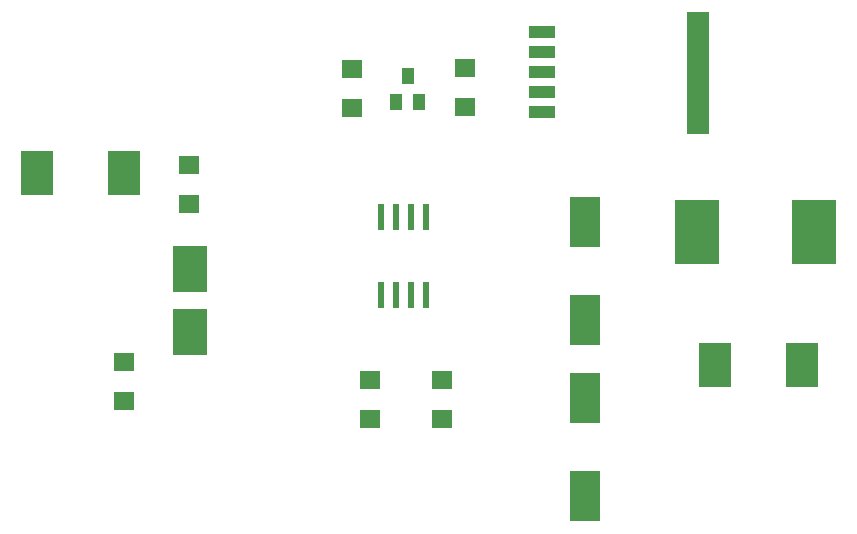
<source format=gtp>
G75*
G70*
%OFA0B0*%
%FSLAX24Y24*%
%IPPOS*%
%LPD*%
%AMOC8*
5,1,8,0,0,1.08239X$1,22.5*
%
%ADD10R,0.0236X0.0900*%
%ADD11R,0.0850X0.0420*%
%ADD12R,0.0750X0.4050*%
%ADD13R,0.1100X0.1500*%
%ADD14R,0.0709X0.0630*%
%ADD15R,0.0394X0.0551*%
%ADD16R,0.1516X0.2165*%
%ADD17R,0.0984X0.1693*%
%ADD18R,0.1181X0.1575*%
D10*
X012654Y009212D03*
X013154Y009212D03*
X013654Y009212D03*
X014154Y009212D03*
X014154Y011834D03*
X013654Y011834D03*
X013154Y011834D03*
X012654Y011834D03*
D11*
X018020Y015310D03*
X018020Y015980D03*
X018020Y016650D03*
X018020Y017320D03*
X018020Y017990D03*
D12*
X023225Y016625D03*
D13*
X023782Y006876D03*
X026682Y006876D03*
X004090Y013280D03*
X001190Y013280D03*
D14*
X004100Y005699D03*
X004100Y007001D03*
X012300Y006401D03*
X012300Y005099D03*
X014700Y005099D03*
X014700Y006401D03*
X006250Y012249D03*
X006250Y013551D03*
X011700Y015449D03*
X011700Y016751D03*
X015453Y016801D03*
X015453Y015499D03*
D15*
X013918Y015667D03*
X013170Y015667D03*
X013544Y016533D03*
D16*
X023180Y011312D03*
X027097Y011312D03*
D17*
X019450Y011653D03*
X019450Y008385D03*
X019450Y005797D03*
X019450Y002530D03*
D18*
X006281Y007995D03*
X006281Y010081D03*
M02*

</source>
